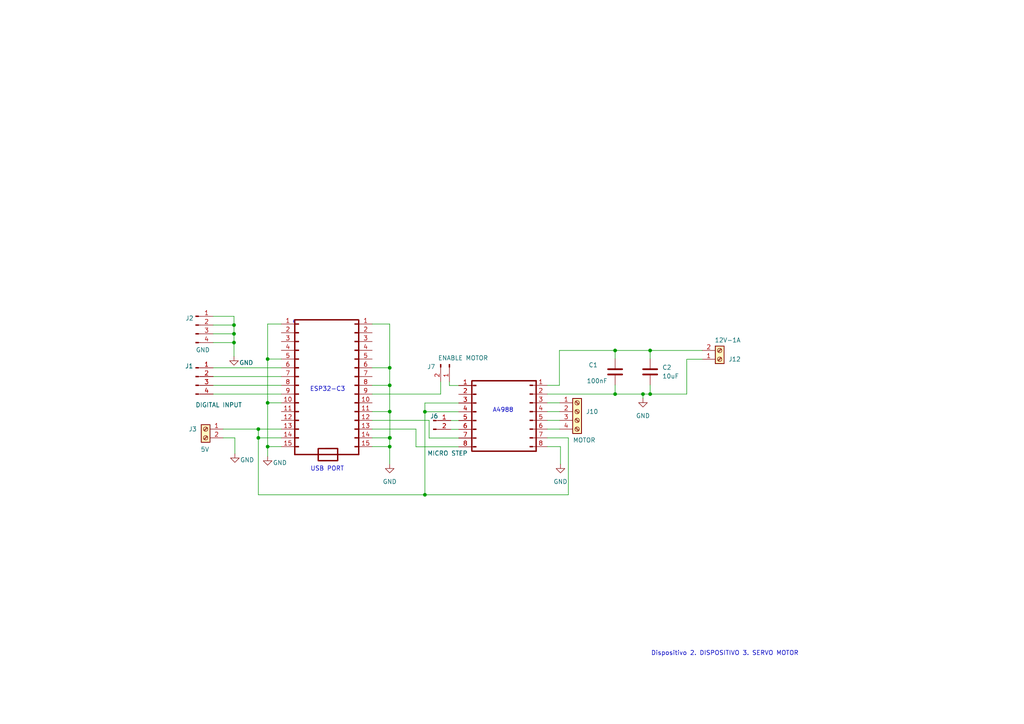
<source format=kicad_sch>
(kicad_sch (version 20211123) (generator eeschema)
  (paper "A4")
  (lib_symbols
    (symbol "Connector:Conn_01x02_Male" (pin_names (offset 1.016) hide)
      (property "Reference" "J" (at 0 2.54 0))
      (property "Value" "Conn_01x02_Male" (at 0 -5.08 0))
      (symbol "Conn_01x02_Male_1_1"
        (polyline (pts (xy 1.27 -2.54) (xy 0.8636 -2.54)) (stroke (width 0.1524)))
        (polyline (pts (xy 1.27 0) (xy 0.8636 0)) (stroke (width 0.1524)))
        (rectangle (start 0.8636 -2.413) (end 0 -2.667) (stroke (width 0.1524)) (fill (type outline)))
        (rectangle (start 0.8636 0.127) (end 0 -0.127) (stroke (width 0.1524)) (fill (type outline)))
        (pin passive line (at 5.08 0 180) (length 3.81) (name "Pin_1") (number "1"))
        (pin passive line (at 5.08 -2.54 180) (length 3.81) (name "Pin_2") (number "2"))
      )
    )
    (symbol "Connector:Conn_01x04_Male" (pin_names (offset 1.016) hide)
      (property "Reference" "J" (at 0 5.08 0))
      (property "Value" "Conn_01x04_Male" (at 0 -7.62 0))
      (symbol "Conn_01x04_Male_1_1"
        (polyline (pts (xy 1.27 -5.08) (xy 0.8636 -5.08)) (stroke (width 0.1524)))
        (polyline (pts (xy 1.27 -2.54) (xy 0.8636 -2.54)) (stroke (width 0.1524)))
        (polyline (pts (xy 1.27 0) (xy 0.8636 0)) (stroke (width 0.1524)))
        (polyline (pts (xy 1.27 2.54) (xy 0.8636 2.54)) (stroke (width 0.1524)))
        (rectangle (start 0.8636 -4.953) (end 0 -5.207) (stroke (width 0.1524)) (fill (type outline)))
        (rectangle (start 0.8636 -2.413) (end 0 -2.667) (stroke (width 0.1524)) (fill (type outline)))
        (rectangle (start 0.8636 0.127) (end 0 -0.127) (stroke (width 0.1524)) (fill (type outline)))
        (rectangle (start 0.8636 2.667) (end 0 2.413) (stroke (width 0.1524)) (fill (type outline)))
        (pin passive line (at 5.08 2.54 180) (length 3.81) (name "Pin_1") (number "1"))
        (pin passive line (at 5.08 0 180) (length 3.81) (name "Pin_2") (number "2"))
        (pin passive line (at 5.08 -2.54 180) (length 3.81) (name "Pin_3") (number "3"))
        (pin passive line (at 5.08 -5.08 180) (length 3.81) (name "Pin_4") (number "4"))
      )
    )
    (symbol "Connector:Conn_01x08_Male" (pin_names (offset 1.016) hide)
      (property "Reference" "J" (at 0 10.16 0))
      (property "Value" "Conn_01x08_Male" (at 0 -12.7 0))
      (symbol "Conn_01x08_Male_1_1"
        (polyline (pts (xy 1.27 -10.16) (xy 0.8636 -10.16)) (stroke (width 0.1524)))
        (polyline (pts (xy 1.27 -7.62) (xy 0.8636 -7.62)) (stroke (width 0.1524)))
        (polyline (pts (xy 1.27 -5.08) (xy 0.8636 -5.08)) (stroke (width 0.1524)))
        (polyline (pts (xy 1.27 -2.54) (xy 0.8636 -2.54)) (stroke (width 0.1524)))
        (polyline (pts (xy 1.27 0) (xy 0.8636 0)) (stroke (width 0.1524)))
        (polyline (pts (xy 1.27 2.54) (xy 0.8636 2.54)) (stroke (width 0.1524)))
        (polyline (pts (xy 1.27 5.08) (xy 0.8636 5.08)) (stroke (width 0.1524)))
        (polyline (pts (xy 1.27 7.62) (xy 0.8636 7.62)) (stroke (width 0.1524)))
        (rectangle (start 0.8636 -10.033) (end 0 -10.287) (stroke (width 0.1524)) (fill (type outline)))
        (rectangle (start 0.8636 -7.493) (end 0 -7.747) (stroke (width 0.1524)) (fill (type outline)))
        (rectangle (start 0.8636 -4.953) (end 0 -5.207) (stroke (width 0.1524)) (fill (type outline)))
        (rectangle (start 0.8636 -2.413) (end 0 -2.667) (stroke (width 0.1524)) (fill (type outline)))
        (rectangle (start 0.8636 0.127) (end 0 -0.127) (stroke (width 0.1524)) (fill (type outline)))
        (rectangle (start 0.8636 2.667) (end 0 2.413) (stroke (width 0.1524)) (fill (type outline)))
        (rectangle (start 0.8636 5.207) (end 0 4.953) (stroke (width 0.1524)) (fill (type outline)))
        (rectangle (start 0.8636 7.747) (end 0 7.493) (stroke (width 0.1524)) (fill (type outline)))
        (pin passive line (at 5.08 7.62 180) (length 3.81) (name "Pin_1") (number "1"))
        (pin passive line (at 5.08 5.08 180) (length 3.81) (name "Pin_2") (number "2"))
        (pin passive line (at 5.08 2.54 180) (length 3.81) (name "Pin_3") (number "3"))
        (pin passive line (at 5.08 0 180) (length 3.81) (name "Pin_4") (number "4"))
        (pin passive line (at 5.08 -2.54 180) (length 3.81) (name "Pin_5") (number "5"))
        (pin passive line (at 5.08 -5.08 180) (length 3.81) (name "Pin_6") (number "6"))
        (pin passive line (at 5.08 -7.62 180) (length 3.81) (name "Pin_7") (number "7"))
        (pin passive line (at 5.08 -10.16 180) (length 3.81) (name "Pin_8") (number "8"))
      )
    )
    (symbol "Connector:Conn_01x15_Male" (pin_names (offset 1.016) hide)
      (property "Reference" "J" (at 0 20.32 0))
      (property "Value" "Conn_01x15_Male" (at 0 -20.32 0))
      (symbol "Conn_01x15_Male_1_1"
        (polyline (pts (xy 1.27 -17.78) (xy 0.8636 -17.78)) (stroke (width 0.1524)))
        (polyline (pts (xy 1.27 -15.24) (xy 0.8636 -15.24)) (stroke (width 0.1524)))
        (polyline (pts (xy 1.27 -12.7) (xy 0.8636 -12.7)) (stroke (width 0.1524)))
        (polyline (pts (xy 1.27 -10.16) (xy 0.8636 -10.16)) (stroke (width 0.1524)))
        (polyline (pts (xy 1.27 -7.62) (xy 0.8636 -7.62)) (stroke (width 0.1524)))
        (polyline (pts (xy 1.27 -5.08) (xy 0.8636 -5.08)) (stroke (width 0.1524)))
        (polyline (pts (xy 1.27 -2.54) (xy 0.8636 -2.54)) (stroke (width 0.1524)))
        (polyline (pts (xy 1.27 0) (xy 0.8636 0)) (stroke (width 0.1524)))
        (polyline (pts (xy 1.27 2.54) (xy 0.8636 2.54)) (stroke (width 0.1524)))
        (polyline (pts (xy 1.27 5.08) (xy 0.8636 5.08)) (stroke (width 0.1524)))
        (polyline (pts (xy 1.27 7.62) (xy 0.8636 7.62)) (stroke (width 0.1524)))
        (polyline (pts (xy 1.27 10.16) (xy 0.8636 10.16)) (stroke (width 0.1524)))
        (polyline (pts (xy 1.27 12.7) (xy 0.8636 12.7)) (stroke (width 0.1524)))
        (polyline (pts (xy 1.27 15.24) (xy 0.8636 15.24)) (stroke (width 0.1524)))
        (polyline (pts (xy 1.27 17.78) (xy 0.8636 17.78)) (stroke (width 0.1524)))
        (rectangle (start 0.8636 -17.653) (end 0 -17.907) (stroke (width 0.1524)) (fill (type outline)))
        (rectangle (start 0.8636 -15.113) (end 0 -15.367) (stroke (width 0.1524)) (fill (type outline)))
        (rectangle (start 0.8636 -12.573) (end 0 -12.827) (stroke (width 0.1524)) (fill (type outline)))
        (rectangle (start 0.8636 -10.033) (end 0 -10.287) (stroke (width 0.1524)) (fill (type outline)))
        (rectangle (start 0.8636 -7.493) (end 0 -7.747) (stroke (width 0.1524)) (fill (type outline)))
        (rectangle (start 0.8636 -4.953) (end 0 -5.207) (stroke (width 0.1524)) (fill (type outline)))
        (rectangle (start 0.8636 -2.413) (end 0 -2.667) (stroke (width 0.1524)) (fill (type outline)))
        (rectangle (start 0.8636 0.127) (end 0 -0.127) (stroke (width 0.1524)) (fill (type outline)))
        (rectangle (start 0.8636 2.667) (end 0 2.413) (stroke (width 0.1524)) (fill (type outline)))
        (rectangle (start 0.8636 5.207) (end 0 4.953) (stroke (width 0.1524)) (fill (type outline)))
        (rectangle (start 0.8636 7.747) (end 0 7.493) (stroke (width 0.1524)) (fill (type outline)))
        (rectangle (start 0.8636 10.287) (end 0 10.033) (stroke (width 0.1524)) (fill (type outline)))
        (rectangle (start 0.8636 12.827) (end 0 12.573) (stroke (width 0.1524)) (fill (type outline)))
        (rectangle (start 0.8636 15.367) (end 0 15.113) (stroke (width 0.1524)) (fill (type outline)))
        (rectangle (start 0.8636 17.907) (end 0 17.653) (stroke (width 0.1524)) (fill (type outline)))
        (pin passive line (at 5.08 17.78 180) (length 3.81) (name "Pin_1") (number "1"))
        (pin passive line (at 5.08 -5.08 180) (length 3.81) (name "Pin_10") (number "10"))
        (pin passive line (at 5.08 -7.62 180) (length 3.81) (name "Pin_11") (number "11"))
        (pin passive line (at 5.08 -10.16 180) (length 3.81) (name "Pin_12") (number "12"))
        (pin passive line (at 5.08 -12.7 180) (length 3.81) (name "Pin_13") (number "13"))
        (pin passive line (at 5.08 -15.24 180) (length 3.81) (name "Pin_14") (number "14"))
        (pin passive line (at 5.08 -17.78 180) (length 3.81) (name "Pin_15") (number "15"))
        (pin passive line (at 5.08 15.24 180) (length 3.81) (name "Pin_2") (number "2"))
        (pin passive line (at 5.08 12.7 180) (length 3.81) (name "Pin_3") (number "3"))
        (pin passive line (at 5.08 10.16 180) (length 3.81) (name "Pin_4") (number "4"))
        (pin passive line (at 5.08 7.62 180) (length 3.81) (name "Pin_5") (number "5"))
        (pin passive line (at 5.08 5.08 180) (length 3.81) (name "Pin_6") (number "6"))
        (pin passive line (at 5.08 2.54 180) (length 3.81) (name "Pin_7") (number "7"))
        (pin passive line (at 5.08 0 180) (length 3.81) (name "Pin_8") (number "8"))
        (pin passive line (at 5.08 -2.54 180) (length 3.81) (name "Pin_9") (number "9"))
      )
    )
    (symbol "Connector:Screw_Terminal_01x02" (pin_names (offset 1.016) hide)
      (property "Reference" "J" (at 0 2.54 0))
      (property "Value" "Screw_Terminal_01x02" (at 0 -5.08 0))
      (symbol "Screw_Terminal_01x02_1_1"
        (rectangle (start -1.27 1.27) (end 1.27 -3.81) (stroke (width 0.254)) (fill (type background)))
        (circle (center 0 -2.54) (radius 0.635) (stroke (width 0.1524)))
        (polyline (pts (xy -0.5334 -2.2098) (xy 0.3302 -3.048)) (stroke (width 0.1524)))
        (polyline (pts (xy -0.5334 0.3302) (xy 0.3302 -0.508)) (stroke (width 0.1524)))
        (polyline (pts (xy -0.3556 -2.032) (xy 0.508 -2.8702)) (stroke (width 0.1524)))
        (polyline (pts (xy -0.3556 0.508) (xy 0.508 -0.3302)) (stroke (width 0.1524)))
        (circle (center 0 0) (radius 0.635) (stroke (width 0.1524)))
        (pin passive line (at -5.08 0 0) (length 3.81) (name "Pin_1") (number "1"))
        (pin passive line (at -5.08 -2.54 0) (length 3.81) (name "Pin_2") (number "2"))
      )
    )
    (symbol "Connector:Screw_Terminal_01x04" (pin_names (offset 1.016) hide)
      (property "Reference" "J" (at 0 5.08 0))
      (property "Value" "Screw_Terminal_01x04" (at 0 -7.62 0))
      (symbol "Screw_Terminal_01x04_1_1"
        (rectangle (start -1.27 3.81) (end 1.27 -6.35) (stroke (width 0.254)) (fill (type background)))
        (circle (center 0 -5.08) (radius 0.635) (stroke (width 0.1524)))
        (circle (center 0 -2.54) (radius 0.635) (stroke (width 0.1524)))
        (polyline (pts (xy -0.5334 -4.7498) (xy 0.3302 -5.588)) (stroke (width 0.1524)))
        (polyline (pts (xy -0.5334 -2.2098) (xy 0.3302 -3.048)) (stroke (width 0.1524)))
        (polyline (pts (xy -0.5334 0.3302) (xy 0.3302 -0.508)) (stroke (width 0.1524)))
        (polyline (pts (xy -0.5334 2.8702) (xy 0.3302 2.032)) (stroke (width 0.1524)))
        (polyline (pts (xy -0.3556 -4.572) (xy 0.508 -5.4102)) (stroke (width 0.1524)))
        (polyline (pts (xy -0.3556 -2.032) (xy 0.508 -2.8702)) (stroke (width 0.1524)))
        (polyline (pts (xy -0.3556 0.508) (xy 0.508 -0.3302)) (stroke (width 0.1524)))
        (polyline (pts (xy -0.3556 3.048) (xy 0.508 2.2098)) (stroke (width 0.1524)))
        (circle (center 0 0) (radius 0.635) (stroke (width 0.1524)))
        (circle (center 0 2.54) (radius 0.635) (stroke (width 0.1524)))
        (pin passive line (at -5.08 2.54 0) (length 3.81) (name "Pin_1") (number "1"))
        (pin passive line (at -5.08 0 0) (length 3.81) (name "Pin_2") (number "2"))
        (pin passive line (at -5.08 -2.54 0) (length 3.81) (name "Pin_3") (number "3"))
        (pin passive line (at -5.08 -5.08 0) (length 3.81) (name "Pin_4") (number "4"))
      )
    )
    (symbol "Device:C" (pin_numbers hide) (pin_names (offset 0.254))
      (property "Reference" "C" (at 0.635 2.54 0))
      (property "Value" "C" (at 0.635 -2.54 0))
      (symbol "C_0_1"
        (polyline (pts (xy -2.032 -0.762) (xy 2.032 -0.762)) (stroke (width 0.508)))
        (polyline (pts (xy -2.032 0.762) (xy 2.032 0.762)) (stroke (width 0.508)))
      )
      (symbol "C_1_1"
        (pin passive line (at 0 3.81 270) (length 2.794) (name "~") (number "1"))
        (pin passive line (at 0 -3.81 90) (length 2.794) (name "~") (number "2"))
      )
    )
    (symbol "power:GND" (power) (pin_names (offset 0))
      (property "Value" "GND" (at 0 -3.81 0))
      (symbol "GND_0_1"
        (polyline (pts (xy 0 0) (xy 0 -1.27) (xy 1.27 -1.27) (xy 0 -2.54) (xy -1.27 -1.27) (xy 0 -1.27)))
      )
      (symbol "GND_1_1"
        (pin power_in line (at 0 0 270) (length 0) hide (name "GND") (number "1"))
      )
    )
  )
  (junction (at 77.6224 129.54))
  (junction (at 67.8688 96.8248))
  (junction (at 113.03 106.68))
  (junction (at 113.03 119.38))
  (junction (at 74.93 127))
  (junction (at 123.2408 143.51))
  (junction (at 113.03 111.76))
  (junction (at 178.4096 114.3))
  (junction (at 74.93 124.46))
  (junction (at 188.5696 101.6508))
  (junction (at 178.4096 101.6508))
  (junction (at 77.6224 116.84))
  (junction (at 123.2408 119.4308))
  (junction (at 113.03 127))
  (junction (at 186.4868 114.3))
  (junction (at 67.8688 99.3648))
  (junction (at 188.5696 114.3))
  (junction (at 113.03 129.54))
  (junction (at 77.6224 104.14))
  (junction (at 67.8688 94.2848))
  (junction (at 113.0808 127))
  (wire (pts (xy 113.03 127) (xy 113.03 129.54)))
  (wire (pts (xy 61.8236 111.76) (xy 81.5848 111.76)))
  (polyline (pts (xy 155.4988 130.8608) (xy 155.4988 110.4392)) (stroke (width 0.4) (type solid) (color 132 0 0 1)))
  (wire (pts (xy 107.95 119.38) (xy 113.03 119.38)))
  (wire (pts (xy 164.846 127) (xy 164.846 143.51)))
  (wire (pts (xy 124.46 121.92) (xy 107.95 121.92)))
  (wire (pts (xy 120.65 129.5908) (xy 120.65 124.46)))
  (wire (pts (xy 123.2408 143.51) (xy 164.846 143.51)))
  (wire (pts (xy 178.4096 101.6508) (xy 188.5696 101.6508)))
  (wire (pts (xy 77.6224 93.98) (xy 81.5848 93.98)))
  (wire (pts (xy 158.75 121.92) (xy 162.306 121.92)))
  (wire (pts (xy 113.03 111.76) (xy 113.03 119.38)))
  (wire (pts (xy 158.75 111.76) (xy 162.2552 111.76)))
  (wire (pts (xy 130.7592 124.5108) (xy 133.0452 124.5108)))
  (polyline (pts (xy 104.0384 131.826) (xy 104.0384 92.8116)) (stroke (width 0.4) (type solid) (color 132 0 0 1)))
  (wire (pts (xy 133.0452 111.8108) (xy 130.3528 111.8108)))
  (wire (pts (xy 64.7192 124.46) (xy 74.93 124.46)))
  (wire (pts (xy 158.75 129.54) (xy 162.56 129.54)))
  (wire (pts (xy 178.4096 114.3) (xy 186.4868 114.3)))
  (wire (pts (xy 188.5696 114.3) (xy 199.1868 114.3)))
  (wire (pts (xy 67.8688 96.8248) (xy 67.8688 99.3648)))
  (polyline (pts (xy 97.9424 133.5532) (xy 97.9315 130.2619)) (stroke (width 0.4) (type solid) (color 132 0 0 1)))
  (polyline (pts (xy 85.1916 93.4212) (xy 85.0392 93.4212)))
  (polyline (pts (xy 136.906 130.8608) (xy 155.4988 130.8608)) (stroke (width 0.4) (type solid) (color 132 0 0 1)))
  (wire (pts (xy 74.93 127) (xy 74.93 143.51)))
  (wire (pts (xy 123.2408 119.4308) (xy 123.2408 143.51)))
  (wire (pts (xy 107.95 127) (xy 113.03 127)))
  (wire (pts (xy 77.6224 104.14) (xy 81.5848 104.14)))
  (wire (pts (xy 130.7592 121.9708) (xy 133.0452 121.9708)))
  (wire (pts (xy 188.5696 101.6508) (xy 203.6572 101.6508)))
  (wire (pts (xy 81.5848 129.54) (xy 77.6224 129.54)))
  (wire (pts (xy 61.8236 99.3648) (xy 67.8688 99.3648)))
  (wire (pts (xy 158.75 119.38) (xy 162.306 119.38)))
  (wire (pts (xy 61.8236 109.22) (xy 81.5848 109.22)))
  (wire (pts (xy 178.4096 101.6508) (xy 178.4096 104.0384)))
  (wire (pts (xy 107.95 106.68) (xy 113.03 106.68)))
  (wire (pts (xy 113.03 106.68) (xy 113.03 111.76)))
  (wire (pts (xy 67.8688 91.7448) (xy 67.8688 94.2848)))
  (wire (pts (xy 158.75 127) (xy 164.846 127)))
  (polyline (pts (xy 92.3143 133.6149) (xy 97.8916 133.604)) (stroke (width 0.4) (type solid) (color 132 0 0 1)))
  (wire (pts (xy 113.03 119.38) (xy 113.0808 119.38)))
  (polyline (pts (xy 85.4964 131.826) (xy 104.0384 131.826)) (stroke (width 0.4) (type solid) (color 132 0 0 1)))
  (wire (pts (xy 61.8236 96.8248) (xy 67.8688 96.8248)))
  (wire (pts (xy 77.6224 129.54) (xy 77.6224 132.3848)))
  (wire (pts (xy 67.8688 94.2848) (xy 67.8688 96.8248)))
  (wire (pts (xy 158.75 114.3) (xy 178.4096 114.3)))
  (wire (pts (xy 199.1868 114.3) (xy 199.1868 104.1908)))
  (wire (pts (xy 81.5848 124.46) (xy 74.93 124.46)))
  (wire (pts (xy 133.0452 116.8908) (xy 123.2408 116.8908)))
  (wire (pts (xy 130.3528 111.8108) (xy 130.3528 110.744)))
  (wire (pts (xy 113.0808 119.38) (xy 113.0808 127)))
  (wire (pts (xy 199.1868 104.1908) (xy 203.6572 104.1908)))
  (wire (pts (xy 162.56 129.54) (xy 162.56 134.62)))
  (wire (pts (xy 188.5696 101.6508) (xy 188.5696 104.0384)))
  (wire (pts (xy 107.95 114.3) (xy 127.8128 114.3)))
  (wire (pts (xy 107.95 93.98) (xy 113.03 93.98)))
  (wire (pts (xy 178.4096 111.6584) (xy 178.4096 114.3)))
  (wire (pts (xy 127.8128 110.744) (xy 127.8128 114.3)))
  (polyline (pts (xy 136.906 110.4392) (xy 155.4988 110.4392)) (stroke (width 0.4) (type solid) (color 132 0 0 1)))
  (wire (pts (xy 61.8236 94.2848) (xy 67.8688 94.2848)))
  (wire (pts (xy 64.7192 127) (xy 68.1228 127)))
  (wire (pts (xy 124.46 127.0508) (xy 124.46 121.92)))
  (wire (pts (xy 120.65 124.46) (xy 107.95 124.46)))
  (polyline (pts (xy 103.9368 92.7608) (xy 85.4964 92.7608)) (stroke (width 0.4) (type solid) (color 132 0 0 1)))
  (wire (pts (xy 186.4868 114.3) (xy 186.4868 115.5192)))
  (wire (pts (xy 133.0452 119.4308) (xy 123.2408 119.4308)))
  (wire (pts (xy 77.6224 104.14) (xy 77.6224 93.98)))
  (wire (pts (xy 77.6224 116.84) (xy 77.6224 104.14)))
  (wire (pts (xy 61.8236 114.3) (xy 81.5848 114.3)))
  (polyline (pts (xy 92.3544 130.0988) (xy 97.9317 130.0879)) (stroke (width 0.4) (type solid) (color 132 0 0 1)))
  (wire (pts (xy 77.6224 116.84) (xy 81.5848 116.84)))
  (wire (pts (xy 113.03 129.54) (xy 113.03 134.62)))
  (wire (pts (xy 123.2408 116.8908) (xy 123.2408 119.4308)))
  (wire (pts (xy 68.1228 127) (xy 68.1228 131.572)))
  (polyline (pts (xy 92.3036 133.4516) (xy 92.2927 130.1603)) (stroke (width 0.4) (type solid) (color 132 0 0 1)))
  (wire (pts (xy 158.75 116.84) (xy 162.306 116.84)))
  (wire (pts (xy 162.2552 111.76) (xy 162.2552 101.6508)))
  (wire (pts (xy 158.75 124.46) (xy 162.306 124.46)))
  (wire (pts (xy 74.93 124.46) (xy 74.93 127)))
  (wire (pts (xy 61.8236 106.68) (xy 81.5848 106.68)))
  (wire (pts (xy 124.46 127.0508) (xy 133.0452 127.0508)))
  (wire (pts (xy 186.4868 114.3) (xy 188.5696 114.3)))
  (wire (pts (xy 120.65 129.5908) (xy 133.0452 129.5908)))
  (wire (pts (xy 74.93 127) (xy 81.5848 127)))
  (wire (pts (xy 113.0808 127) (xy 113.03 127)))
  (wire (pts (xy 162.2552 101.6508) (xy 178.4096 101.6508)))
  (wire (pts (xy 77.6224 116.84) (xy 77.6224 129.54)))
  (wire (pts (xy 67.8688 99.3648) (xy 67.8688 103.378)))
  (polyline (pts (xy 85.4964 92.8116) (xy 85.4964 131.826)) (stroke (width 0.4) (type solid) (color 132 0 0 1)))
  (wire (pts (xy 61.8236 91.7448) (xy 67.8688 91.7448)))
  (wire (pts (xy 107.95 129.54) (xy 113.03 129.54)))
  (polyline (pts (xy 136.8552 110.49) (xy 136.8552 130.81)) (stroke (width 0.4) (type solid) (color 132 0 0 1)))
  (wire (pts (xy 74.93 143.51) (xy 123.2408 143.51)))
  (polyline (pts (xy 85.1916 92.8116) (xy 85.1916 93.4212)))
  (wire (pts (xy 107.95 111.76) (xy 113.03 111.76)))
  (wire (pts (xy 188.5696 111.6584) (xy 188.5696 114.3)))
  (wire (pts (xy 113.03 93.98) (xy 113.03 106.68)))
  (text "ESP32-C3" (at 89.8652 113.6904 0) (effects (font (size 1.27 1.27)) (justify left bottom)))
  (text "Dispositivo 2. DISPOSITIVO 3. SERVO MOTOR" (at 188.8236 190.2968 0) (effects (font (size 1.27 1.27)) (justify left bottom)))
  (text "A4988" (at 142.8496 119.7864 0) (effects (font (size 1.27 1.27)) (justify left bottom)))
  (text "USB PORT" (at 90.0176 136.8044 0) (effects (font (size 1.27 1.27)) (justify left bottom)))
  (symbol (lib_id "Connector:Screw_Terminal_01x02") (at 208.7372 104.1908 0) (mirror x) (unit 1)
    (property "Reference" "J12" (at 211.2772 104.1909 0) (effects (justify left)))
    (property "Value" "12V-1A" (at 207.264 98.6536 0) (effects (justify left)))
    (property "Footprint" "Connector_Phoenix_MC_HighVoltage:PhoenixContact_MCV_1,5_2-G-5.08_1x02_P5.08mm_Vertical" (effects hide))
    (property "Reference" "J12" (effects hide))
    (property "Value" "12V-1A" (effects hide))
  )
  (symbol (lib_id "Connector:Conn_01x15_Male") (at 86.6648 111.76 0) (mirror y) (unit 1)
    (property "Reference" "J4" (effects hide))
    (property "Value" "Conn_01x15_Male" (effects hide))
    (property "Footprint" "Connector_PinHeader_2.54mm:PinHeader_1x15_P2.54mm_Vertical" (effects hide))
    (property "Reference" "J4" (effects hide))
    (property "Value" "Conn_01x15_Male" (effects hide))
  )
  (symbol (lib_id "Device:C") (at 178.4096 107.8484 0) (unit 1)
    (property "Reference" "C1" (at 170.688 105.8672 0) (effects (justify left)))
    (property "Value" "100nF" (at 170.1292 110.49 0) (effects (justify left)))
    (property "Footprint" "Capacitor_THT:CP_Radial_D8.0mm_P5.00mm" (effects hide))
    (property "Footprint" "Capacitor_THT:CP_Radial_D8.0mm_P5.00mm" (effects hide))
    (property "Reference" "C1" (effects hide))
    (property "Value" "100nF" (effects hide))
  )
  (symbol (lib_id "Connector:Conn_01x08_Male") (at 153.67 119.38 0) (unit 1)
    (property "Reference" "J9" (effects hide))
    (property "Value" "Conn_01x08_Male" (effects hide))
    (property "Footprint" "Connector_PinHeader_2.54mm:PinHeader_1x08_P2.54mm_Vertical" (effects hide))
    (property "Reference" "J9" (effects hide))
    (property "Value" "Conn_01x08_Male" (effects hide))
  )
  (symbol (lib_id "power:GND") (at 77.6224 132.3848 0) (unit 1)
    (property "Reference" "#PWR03" (effects hide))
    (property "Value" "GND" (at 81.1784 134.2136 0))
  )
  (symbol (lib_id "power:GND") (at 67.8688 103.378 0) (unit 1)
    (property "Reference" "#PWR02" (effects hide))
    (property "Value" "GND" (at 71.4248 105.2068 0))
  )
  (symbol (lib_id "power:GND") (at 68.1228 131.572 0) (unit 1)
    (property "Reference" "#PWR01" (effects hide))
    (property "Value" "GND" (at 71.6788 133.4008 0))
  )
  (symbol (lib_id "Connector:Screw_Terminal_01x04") (at 167.386 119.38 0) (unit 1)
    (property "Reference" "J10" (at 169.926 119.3799 0) (effects (justify left)))
    (property "Value" "MOTOR" (at 166.1668 127.6604 0) (effects (justify left)))
    (property "Footprint" "Connector_Phoenix_MC_HighVoltage:PhoenixContact_MCV_1,5_4-G-5.08_1x04_P5.08mm_Vertical" (effects hide))
    (property "Reference" "J10" (effects hide))
    (property "Value" "MOTOR" (effects hide))
  )
  (symbol (lib_id "Device:C") (at 188.5696 107.8484 0) (unit 1)
    (property "Reference" "C2" (at 192.0748 106.5783 0) (effects (justify left)))
    (property "Value" "10uF" (at 192.0748 109.1183 0) (effects (justify left)))
    (property "Footprint" "Capacitor_THT:CP_Radial_D8.0mm_P5.00mm" (effects hide))
    (property "Footprint" "Capacitor_THT:CP_Radial_D8.0mm_P5.00mm" (effects hide))
    (property "Reference" "C2" (effects hide))
    (property "Value" "10uF" (effects hide))
  )
  (symbol (lib_id "Connector:Conn_01x02_Male") (at 125.6792 121.9708 0) (unit 1)
    (property "Reference" "J6" (at 125.9332 120.7008 0))
    (property "Value" "MICRO STEP" (at 129.794 131.4704 0))
    (property "Footprint" "Connector_PinHeader_2.54mm:PinHeader_1x02_P2.54mm_Vertical" (effects hide))
  )
  (symbol (lib_id "Connector:Conn_01x02_Male") (at 130.3528 105.664 270) (unit 1)
    (property "Reference" "J7" (at 125.0696 106.3752 90))
    (property "Value" "ENABLE MOTOR" (at 134.3152 103.8352 90))
    (property "Footprint" "Connector_PinHeader_2.54mm:PinHeader_1x02_P2.54mm_Vertical" (effects hide))
  )
  (symbol (lib_id "Connector:Conn_01x15_Male") (at 102.87 111.76 0) (unit 1)
    (property "Reference" "J5" (effects hide))
    (property "Value" "Conn_01x15_Male" (effects hide))
    (property "Footprint" "Connector_PinHeader_2.54mm:PinHeader_1x15_P2.54mm_Vertical" (effects hide))
    (property "Reference" "J5" (effects hide))
    (property "Value" "Conn_01x15_Male" (effects hide))
  )
  (symbol (lib_id "Connector:Screw_Terminal_01x02") (at 59.6392 124.46 0) (mirror y) (unit 1)
    (property "Reference" "J3" (at 57.0992 124.4599 0) (effects (justify left)))
    (property "Value" "5V" (at 60.706 130.3528 0) (effects (justify left)))
    (property "Footprint" "Connector_Phoenix_MC_HighVoltage:PhoenixContact_MCV_1,5_2-G-5.08_1x02_P5.08mm_Vertical" (effects hide))
    (property "Reference" "J3" (effects hide))
    (property "Value" "5V" (effects hide))
  )
  (symbol (lib_id "power:GND") (at 186.4868 115.5192 0) (unit 1)
    (property "Reference" "#PWR07" (effects hide))
    (property "Value" "GND" (at 186.4868 120.5992 0))
  )
  (symbol (lib_id "power:GND") (at 113.03 134.62 0) (unit 1)
    (property "Reference" "#PWR04" (effects hide))
    (property "Value" "GND" (at 113.03 139.7 0))
  )
  (symbol (lib_id "Connector:Conn_01x08_Male") (at 138.1252 119.4308 0) (mirror y) (unit 1)
    (property "Reference" "J8" (effects hide))
    (property "Value" "Conn_01x08_Male" (effects hide))
    (property "Footprint" "Connector_PinHeader_2.54mm:PinHeader_1x08_P2.54mm_Vertical" (effects hide))
    (property "Reference" "J8" (effects hide))
    (property "Value" "Conn_01x08_Male" (effects hide))
  )
  (symbol (lib_id "power:GND") (at 162.56 134.62 0) (unit 1)
    (property "Reference" "#PWR06" (effects hide))
    (property "Value" "GND" (at 162.56 139.7 0))
  )
  (symbol (lib_id "Connector:Conn_01x04_Male") (at 56.7436 109.22 0) (unit 1)
    (property "Reference" "J1" (at 54.864 106.172 0))
    (property "Value" "DIGITAL INPUT" (at 63.4492 117.4496 0))
    (property "Footprint" "Connector_PinHeader_2.54mm:PinHeader_1x04_P2.54mm_Horizontal" (effects hide))
  )
  (symbol (lib_id "Connector:Conn_01x04_Male") (at 56.7436 94.2848 0) (unit 1)
    (property "Reference" "J2" (at 54.9656 92.3036 0))
    (property "Value" "GND " (at 58.8264 101.4984 0))
    (property "Footprint" "Connector_PinHeader_2.54mm:PinHeader_1x04_P2.54mm_Horizontal" (effects hide))
  )
)
</source>
